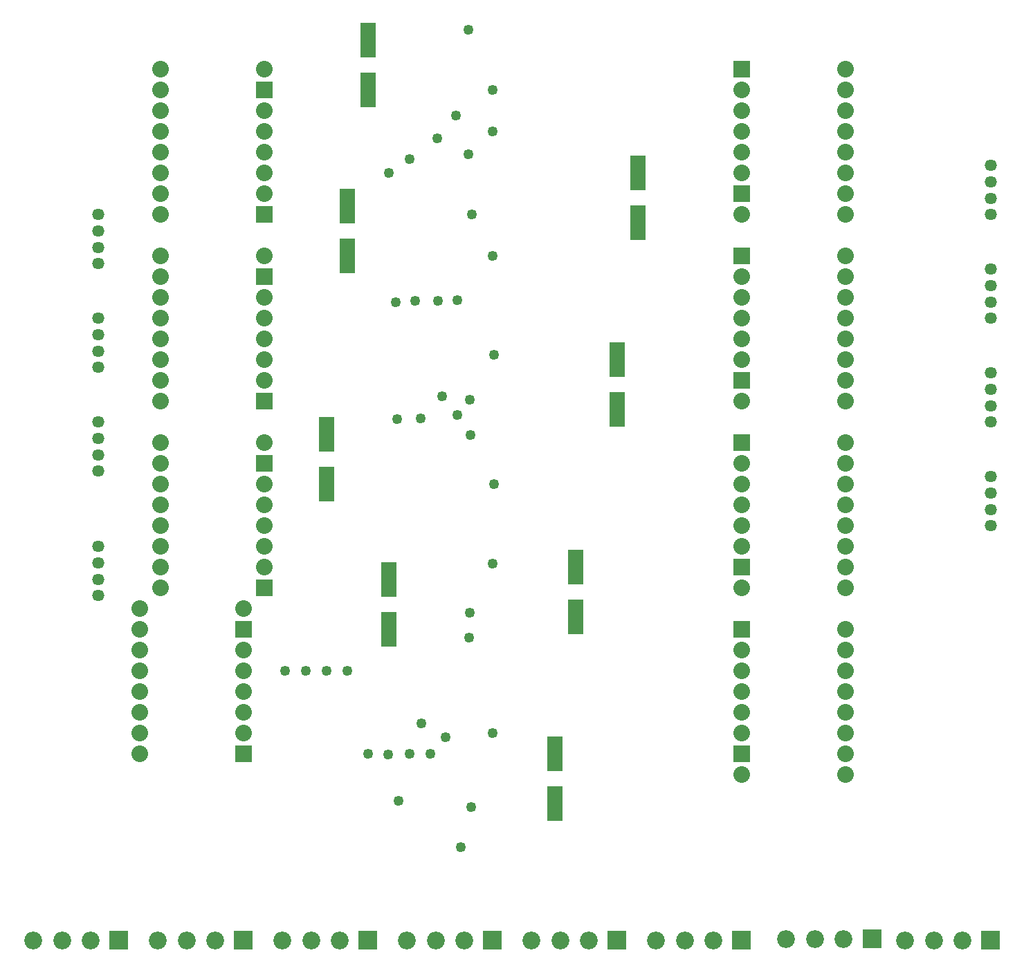
<source format=gbs>
G04 MADE WITH FRITZING*
G04 WWW.FRITZING.ORG*
G04 DOUBLE SIDED*
G04 HOLES PLATED*
G04 CONTOUR ON CENTER OF CONTOUR VECTOR*
%ASAXBY*%
%FSLAX23Y23*%
%MOIN*%
%OFA0B0*%
%SFA1.0B1.0*%
%ADD10C,0.080000*%
%ADD11C,0.057559*%
%ADD12C,0.086139*%
%ADD13C,0.049370*%
%ADD14R,0.072992X0.167480*%
%ADD15R,0.080000X0.080000*%
%ADD16R,0.001000X0.001000*%
%LNMASK0*%
G90*
G70*
G54D10*
X4394Y1308D03*
X3894Y1308D03*
X4394Y1408D03*
X3894Y1408D03*
X4394Y1508D03*
X3894Y1508D03*
X4394Y1608D03*
X3894Y1608D03*
X4394Y1708D03*
X3894Y1708D03*
X4394Y1808D03*
X3894Y1808D03*
X4394Y1908D03*
X3894Y1908D03*
X4394Y2008D03*
X3894Y2008D03*
X1094Y2908D03*
X1594Y2908D03*
X1094Y2808D03*
X1594Y2808D03*
X1094Y2708D03*
X1594Y2708D03*
X1094Y2608D03*
X1594Y2608D03*
X1094Y2508D03*
X1594Y2508D03*
X1094Y2408D03*
X1594Y2408D03*
X1094Y2308D03*
X1594Y2308D03*
X1094Y2208D03*
X1594Y2208D03*
X1094Y4708D03*
X1594Y4708D03*
X1094Y4608D03*
X1594Y4608D03*
X1094Y4508D03*
X1594Y4508D03*
X1094Y4408D03*
X1594Y4408D03*
X1094Y4308D03*
X1594Y4308D03*
X1094Y4208D03*
X1594Y4208D03*
X1094Y4108D03*
X1594Y4108D03*
X1094Y4008D03*
X1594Y4008D03*
X4394Y2208D03*
X3894Y2208D03*
X4394Y2308D03*
X3894Y2308D03*
X4394Y2408D03*
X3894Y2408D03*
X4394Y2508D03*
X3894Y2508D03*
X4394Y2608D03*
X3894Y2608D03*
X4394Y2708D03*
X3894Y2708D03*
X4394Y2808D03*
X3894Y2808D03*
X4394Y2908D03*
X3894Y2908D03*
X994Y2108D03*
X1494Y2108D03*
X994Y2008D03*
X1494Y2008D03*
X994Y1908D03*
X1494Y1908D03*
X994Y1808D03*
X1494Y1808D03*
X994Y1708D03*
X1494Y1708D03*
X994Y1608D03*
X1494Y1608D03*
X994Y1508D03*
X1494Y1508D03*
X994Y1408D03*
X1494Y1408D03*
X4394Y3108D03*
X3894Y3108D03*
X4394Y3208D03*
X3894Y3208D03*
X4394Y3308D03*
X3894Y3308D03*
X4394Y3408D03*
X3894Y3408D03*
X4394Y3508D03*
X3894Y3508D03*
X4394Y3608D03*
X3894Y3608D03*
X4394Y3708D03*
X3894Y3708D03*
X4394Y3808D03*
X3894Y3808D03*
X1094Y3808D03*
X1594Y3808D03*
X1094Y3708D03*
X1594Y3708D03*
X1094Y3608D03*
X1594Y3608D03*
X1094Y3508D03*
X1594Y3508D03*
X1094Y3408D03*
X1594Y3408D03*
X1094Y3308D03*
X1594Y3308D03*
X1094Y3208D03*
X1594Y3208D03*
X1094Y3108D03*
X1594Y3108D03*
X4394Y4008D03*
X3894Y4008D03*
X4394Y4108D03*
X3894Y4108D03*
X4394Y4208D03*
X3894Y4208D03*
X4394Y4308D03*
X3894Y4308D03*
X4394Y4408D03*
X3894Y4408D03*
X4394Y4508D03*
X3894Y4508D03*
X4394Y4608D03*
X3894Y4608D03*
X4394Y4708D03*
X3894Y4708D03*
G54D11*
X794Y2408D03*
X794Y2330D03*
X794Y2251D03*
X794Y2172D03*
X794Y2408D03*
X794Y2330D03*
X794Y2251D03*
X794Y2172D03*
X794Y2408D03*
X794Y2330D03*
X794Y2251D03*
X794Y2172D03*
X5094Y3008D03*
X5094Y3087D03*
X5094Y3166D03*
X5094Y3245D03*
X5094Y3008D03*
X5094Y3087D03*
X5094Y3166D03*
X5094Y3245D03*
X5094Y3008D03*
X5094Y3087D03*
X5094Y3166D03*
X5094Y3245D03*
X5094Y2508D03*
X5094Y2587D03*
X5094Y2666D03*
X5094Y2745D03*
X5094Y2508D03*
X5094Y2587D03*
X5094Y2666D03*
X5094Y2745D03*
X5094Y2508D03*
X5094Y2587D03*
X5094Y2666D03*
X5094Y2745D03*
X794Y3008D03*
X794Y2930D03*
X794Y2851D03*
X794Y2772D03*
X794Y3008D03*
X794Y2930D03*
X794Y2851D03*
X794Y2772D03*
X794Y3008D03*
X794Y2930D03*
X794Y2851D03*
X794Y2772D03*
X794Y3508D03*
X794Y3430D03*
X794Y3351D03*
X794Y3272D03*
X794Y3508D03*
X794Y3430D03*
X794Y3351D03*
X794Y3272D03*
X794Y3508D03*
X794Y3430D03*
X794Y3351D03*
X794Y3272D03*
X794Y4008D03*
X794Y3930D03*
X794Y3851D03*
X794Y3772D03*
X794Y4008D03*
X794Y3930D03*
X794Y3851D03*
X794Y3772D03*
X794Y4008D03*
X794Y3930D03*
X794Y3851D03*
X794Y3772D03*
X5094Y3508D03*
X5094Y3587D03*
X5094Y3666D03*
X5094Y3745D03*
X5094Y3508D03*
X5094Y3587D03*
X5094Y3666D03*
X5094Y3745D03*
X5094Y3508D03*
X5094Y3587D03*
X5094Y3666D03*
X5094Y3745D03*
X5094Y4008D03*
X5094Y4087D03*
X5094Y4166D03*
X5094Y4245D03*
X5094Y4008D03*
X5094Y4087D03*
X5094Y4166D03*
X5094Y4245D03*
X5094Y4008D03*
X5094Y4087D03*
X5094Y4166D03*
X5094Y4245D03*
G54D12*
X5094Y508D03*
X4956Y508D03*
X4819Y508D03*
X4681Y508D03*
X5094Y508D03*
X4956Y508D03*
X4819Y508D03*
X4681Y508D03*
X894Y508D03*
X756Y508D03*
X619Y508D03*
X481Y508D03*
X894Y508D03*
X756Y508D03*
X619Y508D03*
X481Y508D03*
X4521Y516D03*
X4384Y516D03*
X4246Y516D03*
X4108Y516D03*
X4521Y516D03*
X4384Y516D03*
X4246Y516D03*
X4108Y516D03*
X1494Y508D03*
X1356Y508D03*
X1219Y508D03*
X1081Y508D03*
X1494Y508D03*
X1356Y508D03*
X1219Y508D03*
X1081Y508D03*
X3894Y508D03*
X3756Y508D03*
X3619Y508D03*
X3481Y508D03*
X3894Y508D03*
X3756Y508D03*
X3619Y508D03*
X3481Y508D03*
X2094Y508D03*
X1956Y508D03*
X1819Y508D03*
X1681Y508D03*
X2094Y508D03*
X1956Y508D03*
X1819Y508D03*
X1681Y508D03*
X2694Y508D03*
X2556Y508D03*
X2419Y508D03*
X2281Y508D03*
X2694Y508D03*
X2556Y508D03*
X2419Y508D03*
X2281Y508D03*
X3294Y508D03*
X3156Y508D03*
X3019Y508D03*
X2881Y508D03*
X3294Y508D03*
X3156Y508D03*
X3019Y508D03*
X2881Y508D03*
G54D13*
X2576Y4901D03*
X2694Y3808D03*
X2594Y4008D03*
X2694Y4608D03*
X2583Y2090D03*
X2701Y2708D03*
X2694Y2327D03*
X2590Y1153D03*
X2694Y1508D03*
X2581Y1969D03*
X2576Y4301D03*
X2694Y4408D03*
X2587Y2945D03*
X2701Y3334D03*
X2583Y3116D03*
X1694Y1808D03*
X1794Y1808D03*
X1894Y1808D03*
X1994Y1808D03*
X2094Y1408D03*
X2190Y1405D03*
X2294Y1408D03*
X2394Y1408D03*
X2194Y4208D03*
X2294Y4275D03*
X2427Y4375D03*
X2516Y4486D03*
X2227Y3586D03*
X2320Y3593D03*
X2431Y3593D03*
X2524Y3597D03*
X2235Y3023D03*
X2346Y3027D03*
X2450Y3134D03*
X2524Y3042D03*
X2540Y960D03*
X2466Y1490D03*
X2351Y1556D03*
X2240Y1182D03*
G54D14*
X3094Y2068D03*
X3094Y2308D03*
G54D15*
X3894Y2008D03*
X3894Y1408D03*
X1594Y2208D03*
X1594Y2808D03*
X1594Y4008D03*
X1594Y4608D03*
X3894Y2908D03*
X3894Y2308D03*
X1494Y1408D03*
X1494Y2008D03*
X3894Y3808D03*
X3894Y3208D03*
X1594Y3108D03*
X1594Y3708D03*
X3894Y4708D03*
X3894Y4108D03*
G54D14*
X1894Y2948D03*
X1894Y2708D03*
X2194Y2248D03*
X2194Y2008D03*
X2994Y1168D03*
X2994Y1408D03*
X1994Y4048D03*
X1994Y3808D03*
X2094Y4848D03*
X2094Y4608D03*
X3294Y3068D03*
X3294Y3308D03*
X3394Y3968D03*
X3394Y4208D03*
G54D16*
X4476Y562D02*
X4565Y562D01*
X4476Y561D02*
X4565Y561D01*
X4476Y560D02*
X4565Y560D01*
X4476Y559D02*
X4565Y559D01*
X4476Y558D02*
X4565Y558D01*
X4476Y557D02*
X4565Y557D01*
X4476Y556D02*
X4565Y556D01*
X4476Y555D02*
X4565Y555D01*
X849Y554D02*
X938Y554D01*
X1449Y554D02*
X1538Y554D01*
X2049Y554D02*
X2138Y554D01*
X2649Y554D02*
X2738Y554D01*
X3249Y554D02*
X3338Y554D01*
X3849Y554D02*
X3938Y554D01*
X4476Y554D02*
X4565Y554D01*
X5049Y554D02*
X5138Y554D01*
X849Y553D02*
X938Y553D01*
X1449Y553D02*
X1538Y553D01*
X2049Y553D02*
X2138Y553D01*
X2649Y553D02*
X2738Y553D01*
X3249Y553D02*
X3338Y553D01*
X3849Y553D02*
X3938Y553D01*
X4476Y553D02*
X4565Y553D01*
X5049Y553D02*
X5138Y553D01*
X849Y552D02*
X938Y552D01*
X1449Y552D02*
X1538Y552D01*
X2049Y552D02*
X2138Y552D01*
X2649Y552D02*
X2738Y552D01*
X3249Y552D02*
X3338Y552D01*
X3849Y552D02*
X3938Y552D01*
X4476Y552D02*
X4565Y552D01*
X5049Y552D02*
X5138Y552D01*
X849Y551D02*
X938Y551D01*
X1449Y551D02*
X1538Y551D01*
X2049Y551D02*
X2138Y551D01*
X2649Y551D02*
X2738Y551D01*
X3249Y551D02*
X3338Y551D01*
X3849Y551D02*
X3938Y551D01*
X4476Y551D02*
X4565Y551D01*
X5049Y551D02*
X5138Y551D01*
X849Y550D02*
X938Y550D01*
X1449Y550D02*
X1538Y550D01*
X2049Y550D02*
X2138Y550D01*
X2649Y550D02*
X2738Y550D01*
X3249Y550D02*
X3338Y550D01*
X3849Y550D02*
X3938Y550D01*
X4476Y550D02*
X4565Y550D01*
X5049Y550D02*
X5138Y550D01*
X849Y549D02*
X938Y549D01*
X1449Y549D02*
X1538Y549D01*
X2049Y549D02*
X2138Y549D01*
X2649Y549D02*
X2738Y549D01*
X3249Y549D02*
X3338Y549D01*
X3849Y549D02*
X3938Y549D01*
X4476Y549D02*
X4565Y549D01*
X5049Y549D02*
X5138Y549D01*
X849Y548D02*
X938Y548D01*
X1449Y548D02*
X1538Y548D01*
X2049Y548D02*
X2138Y548D01*
X2649Y548D02*
X2738Y548D01*
X3249Y548D02*
X3338Y548D01*
X3849Y548D02*
X3938Y548D01*
X4476Y548D02*
X4565Y548D01*
X5049Y548D02*
X5138Y548D01*
X849Y547D02*
X938Y547D01*
X1449Y547D02*
X1538Y547D01*
X2049Y547D02*
X2138Y547D01*
X2649Y547D02*
X2738Y547D01*
X3249Y547D02*
X3338Y547D01*
X3849Y547D02*
X3938Y547D01*
X4476Y547D02*
X4565Y547D01*
X5049Y547D02*
X5138Y547D01*
X849Y546D02*
X938Y546D01*
X1449Y546D02*
X1538Y546D01*
X2049Y546D02*
X2138Y546D01*
X2649Y546D02*
X2738Y546D01*
X3249Y546D02*
X3338Y546D01*
X3849Y546D02*
X3938Y546D01*
X4476Y546D02*
X4565Y546D01*
X5049Y546D02*
X5138Y546D01*
X849Y545D02*
X938Y545D01*
X1449Y545D02*
X1538Y545D01*
X2049Y545D02*
X2138Y545D01*
X2649Y545D02*
X2738Y545D01*
X3249Y545D02*
X3338Y545D01*
X3849Y545D02*
X3938Y545D01*
X4476Y545D02*
X4565Y545D01*
X5049Y545D02*
X5138Y545D01*
X849Y544D02*
X938Y544D01*
X1449Y544D02*
X1538Y544D01*
X2049Y544D02*
X2138Y544D01*
X2649Y544D02*
X2738Y544D01*
X3249Y544D02*
X3338Y544D01*
X3849Y544D02*
X3938Y544D01*
X4476Y544D02*
X4565Y544D01*
X5049Y544D02*
X5138Y544D01*
X849Y543D02*
X938Y543D01*
X1449Y543D02*
X1538Y543D01*
X2049Y543D02*
X2138Y543D01*
X2649Y543D02*
X2738Y543D01*
X3249Y543D02*
X3338Y543D01*
X3849Y543D02*
X3938Y543D01*
X4476Y543D02*
X4565Y543D01*
X5049Y543D02*
X5138Y543D01*
X849Y542D02*
X938Y542D01*
X1449Y542D02*
X1538Y542D01*
X2049Y542D02*
X2138Y542D01*
X2649Y542D02*
X2738Y542D01*
X3249Y542D02*
X3338Y542D01*
X3849Y542D02*
X3938Y542D01*
X4476Y542D02*
X4565Y542D01*
X5049Y542D02*
X5138Y542D01*
X849Y541D02*
X938Y541D01*
X1449Y541D02*
X1538Y541D01*
X2049Y541D02*
X2138Y541D01*
X2649Y541D02*
X2738Y541D01*
X3249Y541D02*
X3338Y541D01*
X3849Y541D02*
X3938Y541D01*
X4476Y541D02*
X4565Y541D01*
X5049Y541D02*
X5138Y541D01*
X849Y540D02*
X938Y540D01*
X1449Y540D02*
X1538Y540D01*
X2049Y540D02*
X2138Y540D01*
X2649Y540D02*
X2738Y540D01*
X3249Y540D02*
X3338Y540D01*
X3849Y540D02*
X3938Y540D01*
X4476Y540D02*
X4565Y540D01*
X5049Y540D02*
X5138Y540D01*
X849Y539D02*
X938Y539D01*
X1449Y539D02*
X1538Y539D01*
X2049Y539D02*
X2138Y539D01*
X2649Y539D02*
X2738Y539D01*
X3249Y539D02*
X3338Y539D01*
X3849Y539D02*
X3938Y539D01*
X4476Y539D02*
X4565Y539D01*
X5049Y539D02*
X5138Y539D01*
X849Y538D02*
X938Y538D01*
X1449Y538D02*
X1538Y538D01*
X2049Y538D02*
X2138Y538D01*
X2649Y538D02*
X2738Y538D01*
X3249Y538D02*
X3338Y538D01*
X3849Y538D02*
X3938Y538D01*
X4476Y538D02*
X4565Y538D01*
X5049Y538D02*
X5138Y538D01*
X849Y537D02*
X938Y537D01*
X1449Y537D02*
X1538Y537D01*
X2049Y537D02*
X2138Y537D01*
X2649Y537D02*
X2738Y537D01*
X3249Y537D02*
X3338Y537D01*
X3849Y537D02*
X3938Y537D01*
X4476Y537D02*
X4565Y537D01*
X5049Y537D02*
X5138Y537D01*
X849Y536D02*
X938Y536D01*
X1449Y536D02*
X1538Y536D01*
X2049Y536D02*
X2138Y536D01*
X2649Y536D02*
X2738Y536D01*
X3249Y536D02*
X3338Y536D01*
X3849Y536D02*
X3938Y536D01*
X4476Y536D02*
X4518Y536D01*
X4524Y536D02*
X4565Y536D01*
X5049Y536D02*
X5138Y536D01*
X849Y535D02*
X938Y535D01*
X1449Y535D02*
X1538Y535D01*
X2049Y535D02*
X2138Y535D01*
X2649Y535D02*
X2738Y535D01*
X3249Y535D02*
X3338Y535D01*
X3849Y535D02*
X3938Y535D01*
X4476Y535D02*
X4514Y535D01*
X4528Y535D02*
X4565Y535D01*
X5049Y535D02*
X5138Y535D01*
X849Y534D02*
X938Y534D01*
X1449Y534D02*
X1538Y534D01*
X2049Y534D02*
X2138Y534D01*
X2649Y534D02*
X2738Y534D01*
X3249Y534D02*
X3338Y534D01*
X3849Y534D02*
X3938Y534D01*
X4476Y534D02*
X4512Y534D01*
X4530Y534D02*
X4565Y534D01*
X5049Y534D02*
X5138Y534D01*
X849Y533D02*
X938Y533D01*
X1449Y533D02*
X1538Y533D01*
X2049Y533D02*
X2138Y533D01*
X2649Y533D02*
X2738Y533D01*
X3249Y533D02*
X3338Y533D01*
X3849Y533D02*
X3938Y533D01*
X4476Y533D02*
X4510Y533D01*
X4532Y533D02*
X4565Y533D01*
X5049Y533D02*
X5138Y533D01*
X849Y532D02*
X938Y532D01*
X1449Y532D02*
X1538Y532D01*
X2049Y532D02*
X2138Y532D01*
X2649Y532D02*
X2738Y532D01*
X3249Y532D02*
X3338Y532D01*
X3849Y532D02*
X3938Y532D01*
X4476Y532D02*
X4509Y532D01*
X4533Y532D02*
X4565Y532D01*
X5049Y532D02*
X5138Y532D01*
X849Y531D02*
X938Y531D01*
X1449Y531D02*
X1538Y531D01*
X2049Y531D02*
X2138Y531D01*
X2649Y531D02*
X2738Y531D01*
X3249Y531D02*
X3338Y531D01*
X3849Y531D02*
X3938Y531D01*
X4476Y531D02*
X4507Y531D01*
X4534Y531D02*
X4565Y531D01*
X5049Y531D02*
X5138Y531D01*
X849Y530D02*
X938Y530D01*
X1449Y530D02*
X1538Y530D01*
X2049Y530D02*
X2138Y530D01*
X2649Y530D02*
X2738Y530D01*
X3249Y530D02*
X3338Y530D01*
X3849Y530D02*
X3938Y530D01*
X4476Y530D02*
X4507Y530D01*
X4535Y530D02*
X4565Y530D01*
X5049Y530D02*
X5138Y530D01*
X849Y529D02*
X938Y529D01*
X1449Y529D02*
X1538Y529D01*
X2049Y529D02*
X2138Y529D01*
X2649Y529D02*
X2738Y529D01*
X3249Y529D02*
X3338Y529D01*
X3849Y529D02*
X3938Y529D01*
X4476Y529D02*
X4506Y529D01*
X4536Y529D02*
X4565Y529D01*
X5049Y529D02*
X5138Y529D01*
X849Y528D02*
X889Y528D01*
X898Y528D02*
X938Y528D01*
X1449Y528D02*
X1489Y528D01*
X1498Y528D02*
X1538Y528D01*
X2049Y528D02*
X2089Y528D01*
X2098Y528D02*
X2138Y528D01*
X2649Y528D02*
X2689Y528D01*
X2698Y528D02*
X2738Y528D01*
X3249Y528D02*
X3289Y528D01*
X3298Y528D02*
X3338Y528D01*
X3849Y528D02*
X3889Y528D01*
X3898Y528D02*
X3938Y528D01*
X4476Y528D02*
X4505Y528D01*
X4537Y528D02*
X4565Y528D01*
X5049Y528D02*
X5089Y528D01*
X5098Y528D02*
X5138Y528D01*
X849Y527D02*
X886Y527D01*
X901Y527D02*
X938Y527D01*
X1449Y527D02*
X1486Y527D01*
X1501Y527D02*
X1538Y527D01*
X2049Y527D02*
X2086Y527D01*
X2101Y527D02*
X2138Y527D01*
X2649Y527D02*
X2686Y527D01*
X2701Y527D02*
X2738Y527D01*
X3249Y527D02*
X3286Y527D01*
X3301Y527D02*
X3338Y527D01*
X3849Y527D02*
X3886Y527D01*
X3901Y527D02*
X3938Y527D01*
X4476Y527D02*
X4504Y527D01*
X4537Y527D02*
X4565Y527D01*
X5049Y527D02*
X5086Y527D01*
X5101Y527D02*
X5138Y527D01*
X849Y526D02*
X884Y526D01*
X903Y526D02*
X938Y526D01*
X1449Y526D02*
X1484Y526D01*
X1503Y526D02*
X1538Y526D01*
X2049Y526D02*
X2084Y526D01*
X2103Y526D02*
X2138Y526D01*
X2649Y526D02*
X2684Y526D01*
X2703Y526D02*
X2738Y526D01*
X3249Y526D02*
X3284Y526D01*
X3303Y526D02*
X3338Y526D01*
X3849Y526D02*
X3884Y526D01*
X3903Y526D02*
X3938Y526D01*
X4476Y526D02*
X4504Y526D01*
X4538Y526D02*
X4565Y526D01*
X5049Y526D02*
X5084Y526D01*
X5103Y526D02*
X5138Y526D01*
X849Y525D02*
X882Y525D01*
X905Y525D02*
X938Y525D01*
X1449Y525D02*
X1482Y525D01*
X1505Y525D02*
X1538Y525D01*
X2049Y525D02*
X2082Y525D01*
X2105Y525D02*
X2138Y525D01*
X2649Y525D02*
X2682Y525D01*
X2705Y525D02*
X2738Y525D01*
X3249Y525D02*
X3282Y525D01*
X3305Y525D02*
X3338Y525D01*
X3849Y525D02*
X3882Y525D01*
X3905Y525D02*
X3938Y525D01*
X4476Y525D02*
X4503Y525D01*
X4539Y525D02*
X4565Y525D01*
X5049Y525D02*
X5082Y525D01*
X5105Y525D02*
X5138Y525D01*
X849Y524D02*
X881Y524D01*
X906Y524D02*
X938Y524D01*
X1449Y524D02*
X1481Y524D01*
X1506Y524D02*
X1538Y524D01*
X2049Y524D02*
X2081Y524D01*
X2106Y524D02*
X2138Y524D01*
X2649Y524D02*
X2681Y524D01*
X2706Y524D02*
X2738Y524D01*
X3249Y524D02*
X3281Y524D01*
X3306Y524D02*
X3338Y524D01*
X3849Y524D02*
X3881Y524D01*
X3906Y524D02*
X3938Y524D01*
X4476Y524D02*
X4503Y524D01*
X4539Y524D02*
X4565Y524D01*
X5049Y524D02*
X5081Y524D01*
X5106Y524D02*
X5138Y524D01*
X849Y523D02*
X880Y523D01*
X907Y523D02*
X938Y523D01*
X1449Y523D02*
X1480Y523D01*
X1507Y523D02*
X1538Y523D01*
X2049Y523D02*
X2080Y523D01*
X2107Y523D02*
X2138Y523D01*
X2649Y523D02*
X2680Y523D01*
X2707Y523D02*
X2738Y523D01*
X3249Y523D02*
X3280Y523D01*
X3307Y523D02*
X3338Y523D01*
X3849Y523D02*
X3880Y523D01*
X3907Y523D02*
X3938Y523D01*
X4476Y523D02*
X4503Y523D01*
X4539Y523D02*
X4565Y523D01*
X5049Y523D02*
X5080Y523D01*
X5107Y523D02*
X5138Y523D01*
X849Y522D02*
X879Y522D01*
X908Y522D02*
X938Y522D01*
X1449Y522D02*
X1479Y522D01*
X1508Y522D02*
X1538Y522D01*
X2049Y522D02*
X2079Y522D01*
X2108Y522D02*
X2138Y522D01*
X2649Y522D02*
X2679Y522D01*
X2708Y522D02*
X2738Y522D01*
X3249Y522D02*
X3279Y522D01*
X3308Y522D02*
X3338Y522D01*
X3849Y522D02*
X3879Y522D01*
X3908Y522D02*
X3938Y522D01*
X4476Y522D02*
X4502Y522D01*
X4539Y522D02*
X4565Y522D01*
X5049Y522D02*
X5079Y522D01*
X5108Y522D02*
X5138Y522D01*
X849Y521D02*
X878Y521D01*
X909Y521D02*
X938Y521D01*
X1449Y521D02*
X1478Y521D01*
X1509Y521D02*
X1538Y521D01*
X2049Y521D02*
X2078Y521D01*
X2109Y521D02*
X2138Y521D01*
X2649Y521D02*
X2678Y521D01*
X2709Y521D02*
X2738Y521D01*
X3249Y521D02*
X3278Y521D01*
X3309Y521D02*
X3338Y521D01*
X3849Y521D02*
X3878Y521D01*
X3909Y521D02*
X3938Y521D01*
X4476Y521D02*
X4502Y521D01*
X4540Y521D02*
X4565Y521D01*
X5049Y521D02*
X5078Y521D01*
X5109Y521D02*
X5138Y521D01*
X849Y520D02*
X878Y520D01*
X910Y520D02*
X938Y520D01*
X1449Y520D02*
X1477Y520D01*
X1510Y520D02*
X1538Y520D01*
X2049Y520D02*
X2077Y520D01*
X2110Y520D02*
X2138Y520D01*
X2649Y520D02*
X2677Y520D01*
X2710Y520D02*
X2738Y520D01*
X3249Y520D02*
X3277Y520D01*
X3310Y520D02*
X3338Y520D01*
X3849Y520D02*
X3877Y520D01*
X3910Y520D02*
X3938Y520D01*
X4476Y520D02*
X4502Y520D01*
X4540Y520D02*
X4565Y520D01*
X5049Y520D02*
X5077Y520D01*
X5110Y520D02*
X5138Y520D01*
X849Y519D02*
X877Y519D01*
X910Y519D02*
X938Y519D01*
X1449Y519D02*
X1477Y519D01*
X1510Y519D02*
X1538Y519D01*
X2049Y519D02*
X2077Y519D01*
X2110Y519D02*
X2138Y519D01*
X2649Y519D02*
X2677Y519D01*
X2710Y519D02*
X2738Y519D01*
X3249Y519D02*
X3277Y519D01*
X3310Y519D02*
X3338Y519D01*
X3849Y519D02*
X3877Y519D01*
X3910Y519D02*
X3938Y519D01*
X4476Y519D02*
X4502Y519D01*
X4540Y519D02*
X4565Y519D01*
X5049Y519D02*
X5077Y519D01*
X5110Y519D02*
X5138Y519D01*
X849Y518D02*
X876Y518D01*
X911Y518D02*
X938Y518D01*
X1449Y518D02*
X1476Y518D01*
X1511Y518D02*
X1538Y518D01*
X2049Y518D02*
X2076Y518D01*
X2111Y518D02*
X2138Y518D01*
X2649Y518D02*
X2676Y518D01*
X2711Y518D02*
X2738Y518D01*
X3249Y518D02*
X3276Y518D01*
X3311Y518D02*
X3338Y518D01*
X3849Y518D02*
X3876Y518D01*
X3911Y518D02*
X3938Y518D01*
X4476Y518D02*
X4502Y518D01*
X4540Y518D02*
X4565Y518D01*
X5049Y518D02*
X5076Y518D01*
X5111Y518D02*
X5138Y518D01*
X849Y517D02*
X876Y517D01*
X911Y517D02*
X938Y517D01*
X1449Y517D02*
X1476Y517D01*
X1511Y517D02*
X1538Y517D01*
X2049Y517D02*
X2076Y517D01*
X2111Y517D02*
X2138Y517D01*
X2649Y517D02*
X2676Y517D01*
X2711Y517D02*
X2738Y517D01*
X3249Y517D02*
X3276Y517D01*
X3311Y517D02*
X3338Y517D01*
X3849Y517D02*
X3876Y517D01*
X3911Y517D02*
X3938Y517D01*
X4476Y517D02*
X4502Y517D01*
X4540Y517D02*
X4565Y517D01*
X5049Y517D02*
X5076Y517D01*
X5111Y517D02*
X5138Y517D01*
X849Y516D02*
X876Y516D01*
X912Y516D02*
X938Y516D01*
X1449Y516D02*
X1476Y516D01*
X1512Y516D02*
X1538Y516D01*
X2049Y516D02*
X2075Y516D01*
X2112Y516D02*
X2138Y516D01*
X2649Y516D02*
X2675Y516D01*
X2712Y516D02*
X2738Y516D01*
X3249Y516D02*
X3275Y516D01*
X3312Y516D02*
X3338Y516D01*
X3849Y516D02*
X3875Y516D01*
X3912Y516D02*
X3938Y516D01*
X4476Y516D02*
X4502Y516D01*
X4540Y516D02*
X4565Y516D01*
X5049Y516D02*
X5075Y516D01*
X5112Y516D02*
X5138Y516D01*
X849Y515D02*
X875Y515D01*
X912Y515D02*
X938Y515D01*
X1449Y515D02*
X1475Y515D01*
X1512Y515D02*
X1538Y515D01*
X2049Y515D02*
X2075Y515D01*
X2112Y515D02*
X2138Y515D01*
X2649Y515D02*
X2675Y515D01*
X2712Y515D02*
X2738Y515D01*
X3249Y515D02*
X3275Y515D01*
X3312Y515D02*
X3338Y515D01*
X3849Y515D02*
X3875Y515D01*
X3912Y515D02*
X3938Y515D01*
X4476Y515D02*
X4502Y515D01*
X4540Y515D02*
X4565Y515D01*
X5049Y515D02*
X5075Y515D01*
X5112Y515D02*
X5138Y515D01*
X849Y514D02*
X875Y514D01*
X912Y514D02*
X938Y514D01*
X1449Y514D02*
X1475Y514D01*
X1512Y514D02*
X1538Y514D01*
X2049Y514D02*
X2075Y514D01*
X2112Y514D02*
X2138Y514D01*
X2649Y514D02*
X2675Y514D01*
X2712Y514D02*
X2738Y514D01*
X3249Y514D02*
X3275Y514D01*
X3312Y514D02*
X3338Y514D01*
X3849Y514D02*
X3875Y514D01*
X3912Y514D02*
X3938Y514D01*
X4476Y514D02*
X4502Y514D01*
X4540Y514D02*
X4565Y514D01*
X5049Y514D02*
X5075Y514D01*
X5112Y514D02*
X5138Y514D01*
X849Y513D02*
X875Y513D01*
X912Y513D02*
X938Y513D01*
X1449Y513D02*
X1475Y513D01*
X1512Y513D02*
X1538Y513D01*
X2049Y513D02*
X2075Y513D01*
X2112Y513D02*
X2138Y513D01*
X2649Y513D02*
X2675Y513D01*
X2712Y513D02*
X2738Y513D01*
X3249Y513D02*
X3275Y513D01*
X3312Y513D02*
X3338Y513D01*
X3849Y513D02*
X3875Y513D01*
X3912Y513D02*
X3938Y513D01*
X4476Y513D02*
X4502Y513D01*
X4539Y513D02*
X4565Y513D01*
X5049Y513D02*
X5075Y513D01*
X5112Y513D02*
X5138Y513D01*
X849Y512D02*
X875Y512D01*
X912Y512D02*
X938Y512D01*
X1449Y512D02*
X1475Y512D01*
X1512Y512D02*
X1538Y512D01*
X2049Y512D02*
X2075Y512D01*
X2112Y512D02*
X2138Y512D01*
X2649Y512D02*
X2675Y512D01*
X2712Y512D02*
X2738Y512D01*
X3249Y512D02*
X3275Y512D01*
X3312Y512D02*
X3338Y512D01*
X3849Y512D02*
X3875Y512D01*
X3912Y512D02*
X3938Y512D01*
X4476Y512D02*
X4503Y512D01*
X4539Y512D02*
X4565Y512D01*
X5049Y512D02*
X5075Y512D01*
X5112Y512D02*
X5138Y512D01*
X849Y511D02*
X875Y511D01*
X913Y511D02*
X938Y511D01*
X1449Y511D02*
X1475Y511D01*
X1513Y511D02*
X1538Y511D01*
X2049Y511D02*
X2075Y511D01*
X2113Y511D02*
X2138Y511D01*
X2649Y511D02*
X2675Y511D01*
X2713Y511D02*
X2738Y511D01*
X3249Y511D02*
X3275Y511D01*
X3313Y511D02*
X3338Y511D01*
X3849Y511D02*
X3875Y511D01*
X3913Y511D02*
X3938Y511D01*
X4476Y511D02*
X4503Y511D01*
X4539Y511D02*
X4565Y511D01*
X5049Y511D02*
X5074Y511D01*
X5112Y511D02*
X5138Y511D01*
X849Y510D02*
X874Y510D01*
X913Y510D02*
X938Y510D01*
X1449Y510D02*
X1474Y510D01*
X1513Y510D02*
X1538Y510D01*
X2049Y510D02*
X2074Y510D01*
X2113Y510D02*
X2138Y510D01*
X2649Y510D02*
X2674Y510D01*
X2713Y510D02*
X2738Y510D01*
X3249Y510D02*
X3274Y510D01*
X3313Y510D02*
X3338Y510D01*
X3849Y510D02*
X3874Y510D01*
X3913Y510D02*
X3938Y510D01*
X4476Y510D02*
X4503Y510D01*
X4538Y510D02*
X4565Y510D01*
X5049Y510D02*
X5074Y510D01*
X5113Y510D02*
X5138Y510D01*
X849Y509D02*
X875Y509D01*
X913Y509D02*
X938Y509D01*
X1449Y509D02*
X1475Y509D01*
X1513Y509D02*
X1538Y509D01*
X2049Y509D02*
X2075Y509D01*
X2113Y509D02*
X2138Y509D01*
X2649Y509D02*
X2674Y509D01*
X2713Y509D02*
X2738Y509D01*
X3249Y509D02*
X3274Y509D01*
X3313Y509D02*
X3338Y509D01*
X3849Y509D02*
X3874Y509D01*
X3913Y509D02*
X3938Y509D01*
X4476Y509D02*
X4504Y509D01*
X4538Y509D02*
X4565Y509D01*
X5049Y509D02*
X5074Y509D01*
X5113Y509D02*
X5138Y509D01*
X849Y508D02*
X875Y508D01*
X913Y508D02*
X938Y508D01*
X1449Y508D02*
X1475Y508D01*
X1513Y508D02*
X1538Y508D01*
X2049Y508D02*
X2075Y508D01*
X2113Y508D02*
X2138Y508D01*
X2649Y508D02*
X2675Y508D01*
X2712Y508D02*
X2738Y508D01*
X3249Y508D02*
X3275Y508D01*
X3312Y508D02*
X3338Y508D01*
X3849Y508D02*
X3875Y508D01*
X3912Y508D02*
X3938Y508D01*
X4476Y508D02*
X4504Y508D01*
X4537Y508D02*
X4565Y508D01*
X5049Y508D02*
X5075Y508D01*
X5112Y508D02*
X5138Y508D01*
X849Y507D02*
X875Y507D01*
X912Y507D02*
X938Y507D01*
X1449Y507D02*
X1475Y507D01*
X1512Y507D02*
X1538Y507D01*
X2049Y507D02*
X2075Y507D01*
X2112Y507D02*
X2138Y507D01*
X2649Y507D02*
X2675Y507D01*
X2712Y507D02*
X2738Y507D01*
X3249Y507D02*
X3275Y507D01*
X3312Y507D02*
X3338Y507D01*
X3849Y507D02*
X3875Y507D01*
X3912Y507D02*
X3938Y507D01*
X4476Y507D02*
X4505Y507D01*
X4537Y507D02*
X4565Y507D01*
X5049Y507D02*
X5075Y507D01*
X5112Y507D02*
X5138Y507D01*
X849Y506D02*
X875Y506D01*
X912Y506D02*
X938Y506D01*
X1449Y506D02*
X1475Y506D01*
X1512Y506D02*
X1538Y506D01*
X2049Y506D02*
X2075Y506D01*
X2112Y506D02*
X2138Y506D01*
X2649Y506D02*
X2675Y506D01*
X2712Y506D02*
X2738Y506D01*
X3249Y506D02*
X3275Y506D01*
X3312Y506D02*
X3338Y506D01*
X3849Y506D02*
X3875Y506D01*
X3912Y506D02*
X3938Y506D01*
X4476Y506D02*
X4506Y506D01*
X4536Y506D02*
X4565Y506D01*
X5049Y506D02*
X5075Y506D01*
X5112Y506D02*
X5138Y506D01*
X849Y505D02*
X875Y505D01*
X912Y505D02*
X938Y505D01*
X1449Y505D02*
X1475Y505D01*
X1512Y505D02*
X1538Y505D01*
X2049Y505D02*
X2075Y505D01*
X2112Y505D02*
X2138Y505D01*
X2649Y505D02*
X2675Y505D01*
X2712Y505D02*
X2738Y505D01*
X3249Y505D02*
X3275Y505D01*
X3312Y505D02*
X3338Y505D01*
X3849Y505D02*
X3875Y505D01*
X3912Y505D02*
X3938Y505D01*
X4476Y505D02*
X4507Y505D01*
X4535Y505D02*
X4565Y505D01*
X5049Y505D02*
X5075Y505D01*
X5112Y505D02*
X5138Y505D01*
X849Y504D02*
X875Y504D01*
X912Y504D02*
X938Y504D01*
X1449Y504D02*
X1475Y504D01*
X1512Y504D02*
X1538Y504D01*
X2049Y504D02*
X2075Y504D01*
X2112Y504D02*
X2138Y504D01*
X2649Y504D02*
X2675Y504D01*
X2712Y504D02*
X2738Y504D01*
X3249Y504D02*
X3275Y504D01*
X3312Y504D02*
X3338Y504D01*
X3849Y504D02*
X3875Y504D01*
X3912Y504D02*
X3938Y504D01*
X4476Y504D02*
X4508Y504D01*
X4534Y504D02*
X4565Y504D01*
X5049Y504D02*
X5075Y504D01*
X5112Y504D02*
X5138Y504D01*
X849Y503D02*
X876Y503D01*
X911Y503D02*
X938Y503D01*
X1449Y503D02*
X1476Y503D01*
X1511Y503D02*
X1538Y503D01*
X2049Y503D02*
X2076Y503D01*
X2111Y503D02*
X2138Y503D01*
X2649Y503D02*
X2676Y503D01*
X2711Y503D02*
X2738Y503D01*
X3249Y503D02*
X3276Y503D01*
X3311Y503D02*
X3338Y503D01*
X3849Y503D02*
X3876Y503D01*
X3911Y503D02*
X3938Y503D01*
X4476Y503D02*
X4509Y503D01*
X4533Y503D02*
X4565Y503D01*
X5049Y503D02*
X5076Y503D01*
X5111Y503D02*
X5138Y503D01*
X849Y502D02*
X876Y502D01*
X911Y502D02*
X938Y502D01*
X1449Y502D02*
X1476Y502D01*
X1511Y502D02*
X1538Y502D01*
X2049Y502D02*
X2076Y502D01*
X2111Y502D02*
X2138Y502D01*
X2649Y502D02*
X2676Y502D01*
X2711Y502D02*
X2738Y502D01*
X3249Y502D02*
X3276Y502D01*
X3311Y502D02*
X3338Y502D01*
X3849Y502D02*
X3876Y502D01*
X3911Y502D02*
X3938Y502D01*
X4476Y502D02*
X4510Y502D01*
X4532Y502D02*
X4565Y502D01*
X5049Y502D02*
X5076Y502D01*
X5111Y502D02*
X5138Y502D01*
X849Y501D02*
X877Y501D01*
X911Y501D02*
X938Y501D01*
X1449Y501D02*
X1477Y501D01*
X1510Y501D02*
X1538Y501D01*
X2049Y501D02*
X2077Y501D01*
X2110Y501D02*
X2138Y501D01*
X2649Y501D02*
X2677Y501D01*
X2710Y501D02*
X2738Y501D01*
X3249Y501D02*
X3277Y501D01*
X3310Y501D02*
X3338Y501D01*
X3849Y501D02*
X3877Y501D01*
X3910Y501D02*
X3938Y501D01*
X4476Y501D02*
X4512Y501D01*
X4530Y501D02*
X4565Y501D01*
X5049Y501D02*
X5077Y501D01*
X5110Y501D02*
X5138Y501D01*
X849Y500D02*
X877Y500D01*
X910Y500D02*
X938Y500D01*
X1449Y500D02*
X1477Y500D01*
X1510Y500D02*
X1538Y500D01*
X2049Y500D02*
X2077Y500D01*
X2110Y500D02*
X2138Y500D01*
X2649Y500D02*
X2677Y500D01*
X2710Y500D02*
X2738Y500D01*
X3249Y500D02*
X3277Y500D01*
X3310Y500D02*
X3338Y500D01*
X3849Y500D02*
X3877Y500D01*
X3910Y500D02*
X3938Y500D01*
X4476Y500D02*
X4514Y500D01*
X4527Y500D02*
X4565Y500D01*
X5049Y500D02*
X5077Y500D01*
X5110Y500D02*
X5138Y500D01*
X849Y499D02*
X878Y499D01*
X909Y499D02*
X938Y499D01*
X1449Y499D02*
X1478Y499D01*
X1509Y499D02*
X1538Y499D01*
X2049Y499D02*
X2078Y499D01*
X2109Y499D02*
X2138Y499D01*
X2649Y499D02*
X2678Y499D01*
X2709Y499D02*
X2738Y499D01*
X3249Y499D02*
X3278Y499D01*
X3309Y499D02*
X3338Y499D01*
X3849Y499D02*
X3878Y499D01*
X3909Y499D02*
X3938Y499D01*
X4476Y499D02*
X4565Y499D01*
X5049Y499D02*
X5078Y499D01*
X5109Y499D02*
X5138Y499D01*
X849Y498D02*
X879Y498D01*
X908Y498D02*
X938Y498D01*
X1449Y498D02*
X1479Y498D01*
X1508Y498D02*
X1538Y498D01*
X2049Y498D02*
X2079Y498D01*
X2108Y498D02*
X2138Y498D01*
X2649Y498D02*
X2679Y498D01*
X2708Y498D02*
X2738Y498D01*
X3249Y498D02*
X3279Y498D01*
X3308Y498D02*
X3338Y498D01*
X3849Y498D02*
X3879Y498D01*
X3908Y498D02*
X3938Y498D01*
X4476Y498D02*
X4565Y498D01*
X5049Y498D02*
X5079Y498D01*
X5108Y498D02*
X5138Y498D01*
X849Y497D02*
X880Y497D01*
X908Y497D02*
X938Y497D01*
X1449Y497D02*
X1480Y497D01*
X1508Y497D02*
X1538Y497D01*
X2049Y497D02*
X2080Y497D01*
X2108Y497D02*
X2138Y497D01*
X2649Y497D02*
X2680Y497D01*
X2708Y497D02*
X2738Y497D01*
X3249Y497D02*
X3280Y497D01*
X3308Y497D02*
X3338Y497D01*
X3849Y497D02*
X3880Y497D01*
X3908Y497D02*
X3938Y497D01*
X4476Y497D02*
X4565Y497D01*
X5049Y497D02*
X5079Y497D01*
X5107Y497D02*
X5138Y497D01*
X849Y496D02*
X881Y496D01*
X907Y496D02*
X938Y496D01*
X1449Y496D02*
X1481Y496D01*
X1507Y496D02*
X1538Y496D01*
X2049Y496D02*
X2081Y496D01*
X2107Y496D02*
X2138Y496D01*
X2649Y496D02*
X2681Y496D01*
X2706Y496D02*
X2738Y496D01*
X3249Y496D02*
X3281Y496D01*
X3306Y496D02*
X3338Y496D01*
X3849Y496D02*
X3881Y496D01*
X3906Y496D02*
X3938Y496D01*
X4476Y496D02*
X4565Y496D01*
X5049Y496D02*
X5081Y496D01*
X5106Y496D02*
X5138Y496D01*
X849Y495D02*
X882Y495D01*
X905Y495D02*
X938Y495D01*
X1449Y495D02*
X1482Y495D01*
X1505Y495D02*
X1538Y495D01*
X2049Y495D02*
X2082Y495D01*
X2105Y495D02*
X2138Y495D01*
X2649Y495D02*
X2682Y495D01*
X2705Y495D02*
X2738Y495D01*
X3249Y495D02*
X3282Y495D01*
X3305Y495D02*
X3338Y495D01*
X3849Y495D02*
X3882Y495D01*
X3905Y495D02*
X3938Y495D01*
X4476Y495D02*
X4565Y495D01*
X5049Y495D02*
X5082Y495D01*
X5105Y495D02*
X5138Y495D01*
X849Y494D02*
X883Y494D01*
X904Y494D02*
X938Y494D01*
X1449Y494D02*
X1483Y494D01*
X1504Y494D02*
X1538Y494D01*
X2049Y494D02*
X2083Y494D01*
X2104Y494D02*
X2138Y494D01*
X2649Y494D02*
X2683Y494D01*
X2704Y494D02*
X2738Y494D01*
X3249Y494D02*
X3283Y494D01*
X3304Y494D02*
X3338Y494D01*
X3849Y494D02*
X3883Y494D01*
X3904Y494D02*
X3938Y494D01*
X4476Y494D02*
X4565Y494D01*
X5049Y494D02*
X5083Y494D01*
X5104Y494D02*
X5138Y494D01*
X849Y493D02*
X885Y493D01*
X902Y493D02*
X938Y493D01*
X1449Y493D02*
X1485Y493D01*
X1502Y493D02*
X1538Y493D01*
X2049Y493D02*
X2085Y493D01*
X2102Y493D02*
X2138Y493D01*
X2649Y493D02*
X2685Y493D01*
X2702Y493D02*
X2738Y493D01*
X3249Y493D02*
X3285Y493D01*
X3302Y493D02*
X3338Y493D01*
X3849Y493D02*
X3885Y493D01*
X3902Y493D02*
X3938Y493D01*
X4476Y493D02*
X4565Y493D01*
X5049Y493D02*
X5085Y493D01*
X5102Y493D02*
X5138Y493D01*
X849Y492D02*
X887Y492D01*
X900Y492D02*
X938Y492D01*
X1449Y492D02*
X1487Y492D01*
X1500Y492D02*
X1538Y492D01*
X2049Y492D02*
X2087Y492D01*
X2100Y492D02*
X2138Y492D01*
X2649Y492D02*
X2687Y492D01*
X2700Y492D02*
X2738Y492D01*
X3249Y492D02*
X3287Y492D01*
X3300Y492D02*
X3338Y492D01*
X3849Y492D02*
X3887Y492D01*
X3900Y492D02*
X3938Y492D01*
X4476Y492D02*
X4565Y492D01*
X5049Y492D02*
X5087Y492D01*
X5100Y492D02*
X5138Y492D01*
X849Y491D02*
X938Y491D01*
X1449Y491D02*
X1538Y491D01*
X2049Y491D02*
X2138Y491D01*
X2649Y491D02*
X2738Y491D01*
X3249Y491D02*
X3338Y491D01*
X3849Y491D02*
X3938Y491D01*
X4476Y491D02*
X4565Y491D01*
X5049Y491D02*
X5138Y491D01*
X849Y490D02*
X938Y490D01*
X1449Y490D02*
X1538Y490D01*
X2049Y490D02*
X2138Y490D01*
X2649Y490D02*
X2738Y490D01*
X3249Y490D02*
X3338Y490D01*
X3849Y490D02*
X3938Y490D01*
X4476Y490D02*
X4565Y490D01*
X5049Y490D02*
X5138Y490D01*
X849Y489D02*
X938Y489D01*
X1449Y489D02*
X1538Y489D01*
X2049Y489D02*
X2138Y489D01*
X2649Y489D02*
X2738Y489D01*
X3249Y489D02*
X3338Y489D01*
X3849Y489D02*
X3938Y489D01*
X4476Y489D02*
X4565Y489D01*
X5049Y489D02*
X5138Y489D01*
X849Y488D02*
X938Y488D01*
X1449Y488D02*
X1538Y488D01*
X2049Y488D02*
X2138Y488D01*
X2649Y488D02*
X2738Y488D01*
X3249Y488D02*
X3338Y488D01*
X3849Y488D02*
X3938Y488D01*
X4476Y488D02*
X4565Y488D01*
X5049Y488D02*
X5138Y488D01*
X849Y487D02*
X938Y487D01*
X1449Y487D02*
X1538Y487D01*
X2049Y487D02*
X2138Y487D01*
X2649Y487D02*
X2738Y487D01*
X3249Y487D02*
X3338Y487D01*
X3849Y487D02*
X3938Y487D01*
X4476Y487D02*
X4565Y487D01*
X5049Y487D02*
X5138Y487D01*
X849Y486D02*
X938Y486D01*
X1449Y486D02*
X1538Y486D01*
X2049Y486D02*
X2138Y486D01*
X2649Y486D02*
X2738Y486D01*
X3249Y486D02*
X3338Y486D01*
X3849Y486D02*
X3938Y486D01*
X4476Y486D02*
X4565Y486D01*
X5049Y486D02*
X5138Y486D01*
X849Y485D02*
X938Y485D01*
X1449Y485D02*
X1538Y485D01*
X2049Y485D02*
X2138Y485D01*
X2649Y485D02*
X2738Y485D01*
X3249Y485D02*
X3338Y485D01*
X3849Y485D02*
X3938Y485D01*
X4476Y485D02*
X4565Y485D01*
X5049Y485D02*
X5138Y485D01*
X849Y484D02*
X938Y484D01*
X1449Y484D02*
X1538Y484D01*
X2049Y484D02*
X2138Y484D01*
X2649Y484D02*
X2738Y484D01*
X3249Y484D02*
X3338Y484D01*
X3849Y484D02*
X3938Y484D01*
X4476Y484D02*
X4565Y484D01*
X5049Y484D02*
X5138Y484D01*
X849Y483D02*
X938Y483D01*
X1449Y483D02*
X1538Y483D01*
X2049Y483D02*
X2138Y483D01*
X2649Y483D02*
X2738Y483D01*
X3249Y483D02*
X3338Y483D01*
X3849Y483D02*
X3938Y483D01*
X4476Y483D02*
X4565Y483D01*
X5049Y483D02*
X5138Y483D01*
X849Y482D02*
X938Y482D01*
X1449Y482D02*
X1538Y482D01*
X2049Y482D02*
X2138Y482D01*
X2649Y482D02*
X2738Y482D01*
X3249Y482D02*
X3338Y482D01*
X3849Y482D02*
X3938Y482D01*
X4476Y482D02*
X4565Y482D01*
X5049Y482D02*
X5138Y482D01*
X849Y481D02*
X938Y481D01*
X1449Y481D02*
X1538Y481D01*
X2049Y481D02*
X2138Y481D01*
X2649Y481D02*
X2738Y481D01*
X3249Y481D02*
X3338Y481D01*
X3849Y481D02*
X3938Y481D01*
X4476Y481D02*
X4565Y481D01*
X5049Y481D02*
X5138Y481D01*
X849Y480D02*
X938Y480D01*
X1449Y480D02*
X1538Y480D01*
X2049Y480D02*
X2138Y480D01*
X2649Y480D02*
X2738Y480D01*
X3249Y480D02*
X3338Y480D01*
X3849Y480D02*
X3938Y480D01*
X4476Y480D02*
X4565Y480D01*
X5049Y480D02*
X5138Y480D01*
X849Y479D02*
X938Y479D01*
X1449Y479D02*
X1538Y479D01*
X2049Y479D02*
X2138Y479D01*
X2649Y479D02*
X2738Y479D01*
X3249Y479D02*
X3338Y479D01*
X3849Y479D02*
X3938Y479D01*
X4476Y479D02*
X4565Y479D01*
X5049Y479D02*
X5138Y479D01*
X849Y478D02*
X938Y478D01*
X1449Y478D02*
X1538Y478D01*
X2049Y478D02*
X2138Y478D01*
X2649Y478D02*
X2738Y478D01*
X3249Y478D02*
X3338Y478D01*
X3849Y478D02*
X3938Y478D01*
X4476Y478D02*
X4565Y478D01*
X5049Y478D02*
X5138Y478D01*
X849Y477D02*
X938Y477D01*
X1449Y477D02*
X1538Y477D01*
X2049Y477D02*
X2138Y477D01*
X2649Y477D02*
X2738Y477D01*
X3249Y477D02*
X3338Y477D01*
X3849Y477D02*
X3938Y477D01*
X4476Y477D02*
X4565Y477D01*
X5049Y477D02*
X5138Y477D01*
X849Y476D02*
X938Y476D01*
X1449Y476D02*
X1538Y476D01*
X2049Y476D02*
X2138Y476D01*
X2649Y476D02*
X2738Y476D01*
X3249Y476D02*
X3338Y476D01*
X3849Y476D02*
X3938Y476D01*
X4476Y476D02*
X4565Y476D01*
X5049Y476D02*
X5138Y476D01*
X849Y475D02*
X938Y475D01*
X1449Y475D02*
X1538Y475D01*
X2049Y475D02*
X2138Y475D01*
X2649Y475D02*
X2738Y475D01*
X3249Y475D02*
X3338Y475D01*
X3849Y475D02*
X3938Y475D01*
X4476Y475D02*
X4565Y475D01*
X5049Y475D02*
X5138Y475D01*
X849Y474D02*
X938Y474D01*
X1449Y474D02*
X1538Y474D01*
X2049Y474D02*
X2138Y474D01*
X2649Y474D02*
X2738Y474D01*
X3249Y474D02*
X3338Y474D01*
X3849Y474D02*
X3938Y474D01*
X4476Y474D02*
X4565Y474D01*
X5049Y474D02*
X5138Y474D01*
X849Y473D02*
X938Y473D01*
X1449Y473D02*
X1538Y473D01*
X2049Y473D02*
X2138Y473D01*
X2649Y473D02*
X2738Y473D01*
X3249Y473D02*
X3338Y473D01*
X3849Y473D02*
X3938Y473D01*
X4476Y473D02*
X4565Y473D01*
X5049Y473D02*
X5138Y473D01*
X849Y472D02*
X938Y472D01*
X1449Y472D02*
X1538Y472D01*
X2049Y472D02*
X2138Y472D01*
X2649Y472D02*
X2738Y472D01*
X3249Y472D02*
X3338Y472D01*
X3849Y472D02*
X3938Y472D01*
X5049Y472D02*
X5138Y472D01*
X849Y471D02*
X938Y471D01*
X1449Y471D02*
X1538Y471D01*
X2049Y471D02*
X2138Y471D01*
X2649Y471D02*
X2738Y471D01*
X3249Y471D02*
X3338Y471D01*
X3849Y471D02*
X3938Y471D01*
X5049Y471D02*
X5138Y471D01*
X849Y470D02*
X938Y470D01*
X1449Y470D02*
X1538Y470D01*
X2049Y470D02*
X2138Y470D01*
X2649Y470D02*
X2738Y470D01*
X3249Y470D02*
X3338Y470D01*
X3849Y470D02*
X3938Y470D01*
X5049Y470D02*
X5138Y470D01*
X849Y469D02*
X938Y469D01*
X1449Y469D02*
X1538Y469D01*
X2049Y469D02*
X2138Y469D01*
X2649Y469D02*
X2738Y469D01*
X3249Y469D02*
X3338Y469D01*
X3849Y469D02*
X3938Y469D01*
X5049Y469D02*
X5138Y469D01*
X849Y468D02*
X938Y468D01*
X1449Y468D02*
X1538Y468D01*
X2049Y468D02*
X2138Y468D01*
X2649Y468D02*
X2738Y468D01*
X3249Y468D02*
X3338Y468D01*
X3849Y468D02*
X3938Y468D01*
X5049Y468D02*
X5138Y468D01*
X849Y467D02*
X938Y467D01*
X1449Y467D02*
X1538Y467D01*
X2049Y467D02*
X2138Y467D01*
X2649Y467D02*
X2738Y467D01*
X3249Y467D02*
X3338Y467D01*
X3849Y467D02*
X3938Y467D01*
X5049Y467D02*
X5138Y467D01*
X849Y466D02*
X938Y466D01*
X1449Y466D02*
X1538Y466D01*
X2049Y466D02*
X2138Y466D01*
X2649Y466D02*
X2738Y466D01*
X3249Y466D02*
X3338Y466D01*
X3849Y466D02*
X3938Y466D01*
X5049Y466D02*
X5138Y466D01*
X849Y465D02*
X938Y465D01*
X1449Y465D02*
X1538Y465D01*
X2049Y465D02*
X2138Y465D01*
X2649Y465D02*
X2738Y465D01*
X3249Y465D02*
X3338Y465D01*
X3849Y465D02*
X3938Y465D01*
X5049Y465D02*
X5138Y465D01*
D02*
G04 End of Mask0*
M02*
</source>
